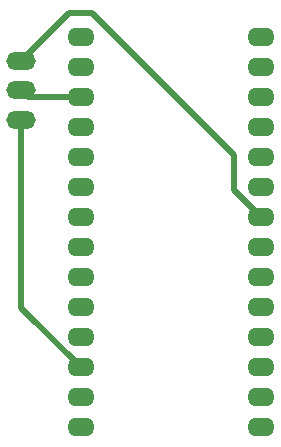
<source format=gbr>
G04 #@! TF.FileFunction,Copper,L1,Top,Signal*
%FSLAX46Y46*%
G04 Gerber Fmt 4.6, Leading zero omitted, Abs format (unit mm)*
G04 Created by KiCad (PCBNEW 4.0.1-stable) date 2016/04/28 19:42:41*
%MOMM*%
G01*
G04 APERTURE LIST*
%ADD10C,0.100000*%
%ADD11O,2.500000X1.500000*%
%ADD12O,2.300000X1.600000*%
%ADD13C,0.500000*%
G04 APERTURE END LIST*
D10*
D11*
X147000000Y-112000000D03*
X147000000Y-109500000D03*
X147000000Y-107000000D03*
D12*
X152000000Y-105000000D03*
X152000000Y-107540000D03*
X152000000Y-110080000D03*
X152000000Y-112620000D03*
X152000000Y-115160000D03*
X152000000Y-117700000D03*
X152000000Y-120240000D03*
X152000000Y-122780000D03*
X152000000Y-125320000D03*
X152000000Y-127860000D03*
X152000000Y-130400000D03*
X152000000Y-132940000D03*
X152000000Y-135480000D03*
X152000000Y-138020000D03*
X167240000Y-138020000D03*
X167240000Y-135480000D03*
X167240000Y-132940000D03*
X167240000Y-130400000D03*
X167240000Y-127860000D03*
X167240000Y-125320000D03*
X167240000Y-122780000D03*
X167240000Y-120240000D03*
X167240000Y-117700000D03*
X167240000Y-115160000D03*
X167240000Y-112620000D03*
X167240000Y-110080000D03*
X167240000Y-107540000D03*
X167240000Y-105000000D03*
D13*
X147000000Y-112000000D02*
X147000000Y-127940000D01*
X147000000Y-127940000D02*
X152000000Y-132940000D01*
X147000000Y-109500000D02*
X147580000Y-110080000D01*
X147580000Y-110080000D02*
X152000000Y-110080000D01*
X147000000Y-107000000D02*
X151000000Y-103000000D01*
X165000000Y-118000000D02*
X167240000Y-120240000D01*
X165000000Y-115000000D02*
X165000000Y-118000000D01*
X153000000Y-103000000D02*
X165000000Y-115000000D01*
X151000000Y-103000000D02*
X153000000Y-103000000D01*
M02*

</source>
